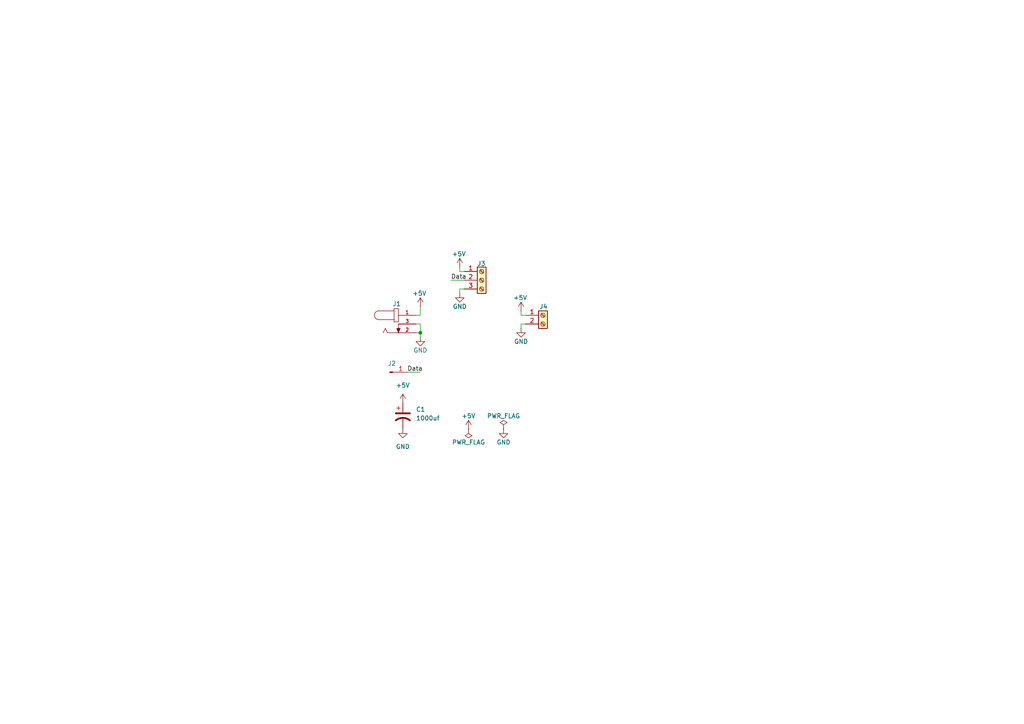
<source format=kicad_sch>
(kicad_sch (version 20231120) (generator "eeschema") (generator_version "8.0")
  (paper "A4")
  (lib_symbols
    (symbol "Connector:Conn_01x01_Pin" (pin_names (offset 1.016) hide)
      (property "Reference" "J" (at 0 2.54 0))
      (property "Value" "Conn_01x01_Pin" (at 0 -2.54 0))
      (symbol "Conn_01x01_Pin_1_1"
        (polyline (pts (xy 1.27 0) (xy 0.8636 0)) (stroke (width 0.1524)))
        (rectangle (start 0.8636 0.127) (end 0 -0.127) (stroke (width 0.1524)) (fill (type outline)))
        (pin passive line (at 5.08 0 180) (length 3.81) (name "Pin_1") (number "1"))
      )
    )
    (symbol "Connector:Screw_Terminal_01x02" (pin_names (offset 1.016) hide)
      (property "Reference" "J" (at 0 2.54 0))
      (property "Value" "Screw_Terminal_01x02" (at 0 -5.08 0))
      (symbol "Screw_Terminal_01x02_1_1"
        (rectangle (start -1.27 1.27) (end 1.27 -3.81) (stroke (width 0.254)) (fill (type background)))
        (circle (center 0 -2.54) (radius 0.635) (stroke (width 0.1524)))
        (polyline (pts (xy -0.5334 -2.2098) (xy 0.3302 -3.048)) (stroke (width 0.1524)))
        (polyline (pts (xy -0.5334 0.3302) (xy 0.3302 -0.508)) (stroke (width 0.1524)))
        (polyline (pts (xy -0.3556 -2.032) (xy 0.508 -2.8702)) (stroke (width 0.1524)))
        (polyline (pts (xy -0.3556 0.508) (xy 0.508 -0.3302)) (stroke (width 0.1524)))
        (circle (center 0 0) (radius 0.635) (stroke (width 0.1524)))
        (pin passive line (at -5.08 0 0) (length 3.81) (name "Pin_1") (number "1"))
        (pin passive line (at -5.08 -2.54 0) (length 3.81) (name "Pin_2") (number "2"))
      )
    )
    (symbol "Connector:Screw_Terminal_01x03" (pin_names (offset 1.016) hide)
      (property "Reference" "J" (at 0 5.08 0))
      (property "Value" "Screw_Terminal_01x03" (at 0 -5.08 0))
      (symbol "Screw_Terminal_01x03_1_1"
        (rectangle (start -1.27 3.81) (end 1.27 -3.81) (stroke (width 0.254)) (fill (type background)))
        (circle (center 0 -2.54) (radius 0.635) (stroke (width 0.1524)))
        (polyline (pts (xy -0.5334 -2.2098) (xy 0.3302 -3.048)) (stroke (width 0.1524)))
        (polyline (pts (xy -0.5334 0.3302) (xy 0.3302 -0.508)) (stroke (width 0.1524)))
        (polyline (pts (xy -0.5334 2.8702) (xy 0.3302 2.032)) (stroke (width 0.1524)))
        (polyline (pts (xy -0.3556 -2.032) (xy 0.508 -2.8702)) (stroke (width 0.1524)))
        (polyline (pts (xy -0.3556 0.508) (xy 0.508 -0.3302)) (stroke (width 0.1524)))
        (polyline (pts (xy -0.3556 3.048) (xy 0.508 2.2098)) (stroke (width 0.1524)))
        (circle (center 0 0) (radius 0.635) (stroke (width 0.1524)))
        (circle (center 0 2.54) (radius 0.635) (stroke (width 0.1524)))
        (pin passive line (at -5.08 2.54 0) (length 3.81) (name "Pin_1") (number "1"))
        (pin passive line (at -5.08 0 0) (length 3.81) (name "Pin_2") (number "2"))
        (pin passive line (at -5.08 -2.54 0) (length 3.81) (name "Pin_3") (number "3"))
      )
    )
    (symbol "Device:C_Polarized_US" (pin_numbers hide) (pin_names (offset 0.254) hide)
      (property "Reference" "C" (at 0.635 2.54 0))
      (property "Value" "C_Polarized_US" (at 0.635 -2.54 0))
      (symbol "C_Polarized_US_0_1"
        (polyline (pts (xy -2.032 0.762) (xy 2.032 0.762)) (stroke (width 0.508)))
        (polyline (pts (xy -1.778 2.286) (xy -0.762 2.286)))
        (polyline (pts (xy -1.27 1.778) (xy -1.27 2.794)))
        (arc (start 2.032 -1.27) (mid 0 -0.5572) (end -2.032 -1.27) (stroke (width 0.508)))
      )
      (symbol "C_Polarized_US_1_1"
        (pin passive line (at 0 3.81 270) (length 2.794) (name "~") (number "1"))
        (pin passive line (at 0 -3.81 90) (length 3.302) (name "~") (number "2"))
      )
    )
    (symbol "PJ-102B:PJ-102B" (pin_names (offset 1.016))
      (property "Reference" "J" (at -7.626 5.084 0))
      (property "Value" "PJ-102B" (at -7.6323 -5.0882 0))
      (symbol "PJ-102B_0_0"
        (arc (start -5.715 3.81) (mid -6.9794 2.54) (end -5.715 1.27) (stroke (width 0.1524)))
        (polyline (pts (xy -5.715 3.81) (xy -1.27 3.81)) (stroke (width 0.1524)))
        (polyline (pts (xy -3.81 -1.27) (xy -4.445 -2.54)) (stroke (width 0.1524)))
        (polyline (pts (xy -3.175 -2.54) (xy -3.81 -1.27)) (stroke (width 0.1524)))
        (polyline (pts (xy -1.27 0.635) (xy 0 0.635)) (stroke (width 0.1524)))
        (polyline (pts (xy -1.27 1.27) (xy -5.715 1.27)) (stroke (width 0.1524)))
        (polyline (pts (xy -1.27 1.27) (xy -1.27 0.635)) (stroke (width 0.1524)))
        (polyline (pts (xy -1.27 3.81) (xy -1.27 1.27)) (stroke (width 0.1524)))
        (polyline (pts (xy -1.27 4.445) (xy -1.27 3.81)) (stroke (width 0.1524)))
        (polyline (pts (xy 0 -2.54) (xy -3.175 -2.54)) (stroke (width 0.1524)))
        (polyline (pts (xy 0 0) (xy 0 -2.54)) (stroke (width 0.1524)))
        (polyline (pts (xy 0 0.635) (xy 0 4.445)) (stroke (width 0.1524)))
        (polyline (pts (xy 0 4.445) (xy -1.27 4.445)) (stroke (width 0.1524)))
        (polyline (pts (xy 0 -2.54) (xy -0.508 -1.27) (xy 0.508 -1.27) (xy 0 -2.54)) (stroke (width 0.1524)) (fill (type outline)))
        (pin passive line (at 5.08 2.54 180) (length 5.08) (name "~") (number "1"))
        (pin passive line (at 5.08 -2.54 180) (length 5.08) (name "~") (number "2"))
        (pin passive line (at 5.08 0 180) (length 5.08) (name "~") (number "3"))
      )
    )
    (symbol "power:+5V" (power) (pin_numbers hide) (pin_names (offset 0) hide)
      (property "Value" "+5V" (at 0 3.556 0))
      (symbol "+5V_0_1"
        (polyline (pts (xy -0.762 1.27) (xy 0 2.54)))
        (polyline (pts (xy 0 0) (xy 0 2.54)))
        (polyline (pts (xy 0 2.54) (xy 0.762 1.27)))
      )
      (symbol "+5V_1_1"
        (pin power_in line (at 0 0 90) (length 0) (name "~") (number "1"))
      )
    )
    (symbol "power:GND" (power) (pin_numbers hide) (pin_names (offset 0) hide)
      (property "Value" "GND" (at 0 -3.81 0))
      (symbol "GND_0_1"
        (polyline (pts (xy 0 0) (xy 0 -1.27) (xy 1.27 -1.27) (xy 0 -2.54) (xy -1.27 -1.27) (xy 0 -1.27)))
      )
      (symbol "GND_1_1"
        (pin power_in line (at 0 0 270) (length 0) (name "~") (number "1"))
      )
    )
    (symbol "power:PWR_FLAG" (power) (pin_numbers hide) (pin_names (offset 0) hide)
      (property "Value" "PWR_FLAG" (at 0 3.81 0))
      (symbol "PWR_FLAG_0_0"
        (pin power_out line (at 0 0 90) (length 0) (name "~") (number "1"))
      )
      (symbol "PWR_FLAG_0_1"
        (polyline (pts (xy 0 0) (xy 0 1.27) (xy -1.016 1.905) (xy 0 2.54) (xy 1.016 1.905) (xy 0 1.27)))
      )
    )
  )
  (junction (at 121.92 96.52))
  (wire (pts (xy 133.35 77.47) (xy 133.35 78.74)))
  (wire (pts (xy 130.81 81.28) (xy 134.62 81.28)))
  (wire (pts (xy 151.13 93.98) (xy 151.13 95.25)))
  (wire (pts (xy 133.35 83.82) (xy 134.62 83.82)))
  (wire (pts (xy 151.13 90.17) (xy 151.13 91.44)))
  (wire (pts (xy 120.65 96.52) (xy 121.92 96.52)))
  (wire (pts (xy 152.4 93.98) (xy 151.13 93.98)))
  (wire (pts (xy 121.92 96.52) (xy 121.92 97.79)))
  (wire (pts (xy 121.92 93.98) (xy 121.92 96.52)))
  (wire (pts (xy 133.35 78.74) (xy 134.62 78.74)))
  (wire (pts (xy 151.13 91.44) (xy 152.4 91.44)))
  (wire (pts (xy 118.11 107.95) (xy 121.92 107.95)))
  (wire (pts (xy 121.92 91.44) (xy 120.65 91.44)))
  (wire (pts (xy 133.35 83.82) (xy 133.35 85.09)))
  (wire (pts (xy 121.92 91.44) (xy 121.92 88.9)))
  (wire (pts (xy 120.65 93.98) (xy 121.92 93.98)))
  (label "Data" (at 118.11 107.95 0))
  (label "Data" (at 130.81 81.28 0))
  (symbol (lib_id "power:GND") (at 151.13 95.25 0) (unit 1)
    (property "Reference" "#PWR06" (effects (hide yes)))
    (property "Value" "GND" (at 151.13 99.06 0))
    (property "Description" "Power symbol creates a global label with name \"GND\" , ground" (effects (hide yes)))
  )
  (symbol (lib_id "Connector:Conn_01x01_Pin") (at 113.03 107.95 0) (unit 1)
    (property "Reference" "J2" (at 113.665 105.41 0))
    (property "Value" "Conn_01x01_Pin" (effects (hide yes)))
    (property "Footprint" "Connector_PinHeader_2.54mm:PinHeader_1x01_P2.54mm_Vertical" (effects (hide yes)))
    (property "Description" "Generic connector, single row, 01x01, script generated" (effects (hide yes)))
  )
  (symbol (lib_id "power:GND") (at 146.05 124.46 0) (unit 1)
    (property "Reference" "#PWR02" (effects (hide yes)))
    (property "Value" "GND" (at 146.05 128.27 0))
    (property "Description" "Power symbol creates a global label with name \"GND\" , ground" (effects (hide yes)))
  )
  (symbol (lib_id "power:GND") (at 121.92 97.79 0) (unit 1)
    (property "Reference" "#PWR03" (effects (hide yes)))
    (property "Value" "GND" (at 121.92 101.6 0))
    (property "Description" "Power symbol creates a global label with name \"GND\" , ground" (effects (hide yes)))
  )
  (symbol (lib_id "power:PWR_FLAG") (at 146.05 124.46 0) (unit 1)
    (property "Reference" "#FLG02" (effects (hide yes)))
    (property "Value" "PWR_FLAG" (at 146.05 120.65 0))
    (property "Description" "Special symbol for telling ERC where power comes from" (effects (hide yes)))
  )
  (symbol (lib_id "PJ-102B:PJ-102B") (at 115.57 93.98 0) (unit 1)
    (property "Reference" "J1" (at 115.062 88.138 0))
    (property "Value" "PJ-102B" (effects (hide yes)))
    (property "Footprint" "MyTerminalBlock:CUI_PJ-102B" (effects (hide yes)))
    (property "STANDARD" "Manufacturer recommendations" (effects (hide yes)))
    (property "PART_REV" "1.03" (effects (hide yes)))
    (property "MANUFACTURER" "CUI INC" (effects (hide yes)))
    (property "DigiKey Part" "CP-102B-ND" (effects (hide yes)))
  )
  (symbol (lib_id "power:GND") (at 116.84 124.46 0) (unit 1)
    (property "Reference" "#PWR010" (effects (hide yes)))
    (property "Value" "GND" (at 116.84 129.54 0))
    (property "Description" "Power symbol creates a global label with name \"GND\" , ground" (effects (hide yes)))
  )
  (symbol (lib_id "Connector:Screw_Terminal_01x02") (at 157.48 91.44 0) (unit 1)
    (property "Reference" "J4" (at 156.464 88.9 0) (effects (justify left)))
    (property "Value" "Screw_Terminal_01x02" (effects (hide yes)))
    (property "Footprint" "MyTerminalBlock:PHOENIX - TERM BLK 2P SIDE ENT 5.08MM PCB" (effects (hide yes)))
    (property "Description" "Generic screw terminal, single row, 01x02, script generated (kicad-library-utils/schlib/autogen/connector/)" (effects (hide yes)))
    (property "DigiKey Part" "277-1247-ND" (effects (hide yes)))
  )
  (symbol (lib_id "power:+5V") (at 133.35 77.47 0) (unit 1)
    (property "Reference" "#PWR07" (effects (hide yes)))
    (property "Value" "+5V" (at 133.096 73.66 0))
    (property "Description" "Power symbol creates a global label with name \"+5V\"" (effects (hide yes)))
  )
  (symbol (lib_id "Connector:Screw_Terminal_01x03") (at 139.7 81.28 0) (unit 1)
    (property "Reference" "J3" (at 138.43 76.454 0) (effects (justify left)))
    (property "Value" "Screw_Terminal_01x03" (effects (hide yes)))
    (property "Footprint" "MyTerminalBlock:PHOENIX - TERM BLK 3P SIDE ENT 5.08MM PCB" (effects (hide yes)))
    (property "Description" "Generic screw terminal, single row, 01x03, script generated (kicad-library-utils/schlib/autogen/connector/)" (effects (hide yes)))
    (property "DigiKey Part" "277-1248-ND" (effects (hide yes)))
  )
  (symbol (lib_id "power:PWR_FLAG") (at 135.89 124.46 180) (unit 1)
    (property "Reference" "#FLG01" (effects (hide yes)))
    (property "Value" "PWR_FLAG" (at 135.89 128.27 0))
    (property "Description" "Special symbol for telling ERC where power comes from" (effects (hide yes)))
  )
  (symbol (lib_id "power:+5V") (at 135.89 124.46 0) (unit 1)
    (property "Reference" "#PWR01" (effects (hide yes)))
    (property "Value" "+5V" (at 135.89 120.65 0))
    (property "Description" "Power symbol creates a global label with name \"+5V\"" (effects (hide yes)))
  )
  (symbol (lib_id "power:+5V") (at 116.84 116.84 0) (unit 1)
    (property "Reference" "#PWR09" (effects (hide yes)))
    (property "Value" "+5V" (at 116.84 111.76 0))
    (property "Description" "Power symbol creates a global label with name \"+5V\"" (effects (hide yes)))
  )
  (symbol (lib_id "power:+5V") (at 151.13 90.17 0) (unit 1)
    (property "Reference" "#PWR05" (effects (hide yes)))
    (property "Value" "+5V" (at 150.876 86.36 0))
    (property "Description" "Power symbol creates a global label with name \"+5V\"" (effects (hide yes)))
  )
  (symbol (lib_id "power:+5V") (at 121.92 88.9 0) (unit 1)
    (property "Reference" "#PWR04" (effects (hide yes)))
    (property "Value" "+5V" (at 121.666 85.09 0))
    (property "Description" "Power symbol creates a global label with name \"+5V\"" (effects (hide yes)))
  )
  (symbol (lib_id "Device:C_Polarized_US") (at 116.84 120.65 0) (unit 1)
    (property "Reference" "C1" (at 120.65 118.7449 0) (effects (justify left)))
    (property "Value" "1000uf" (at 120.65 121.2849 0) (effects (justify left)))
    (property "Footprint" "Capacitor_THT:CP_Radial_D10.0mm_P5.00mm" (effects (hide yes)))
    (property "Description" "Polarized capacitor, US symbol" (effects (hide yes)))
    (property "DigiKey Part" "1189-1583-1-ND" (effects (hide yes)))
  )
  (symbol (lib_id "power:GND") (at 133.35 85.09 0) (unit 1)
    (property "Reference" "#PWR08" (effects (hide yes)))
    (property "Value" "GND" (at 133.35 88.9 0))
    (property "Description" "Power symbol creates a global label with name \"GND\" , ground" (effects (hide yes)))
  )
)
</source>
